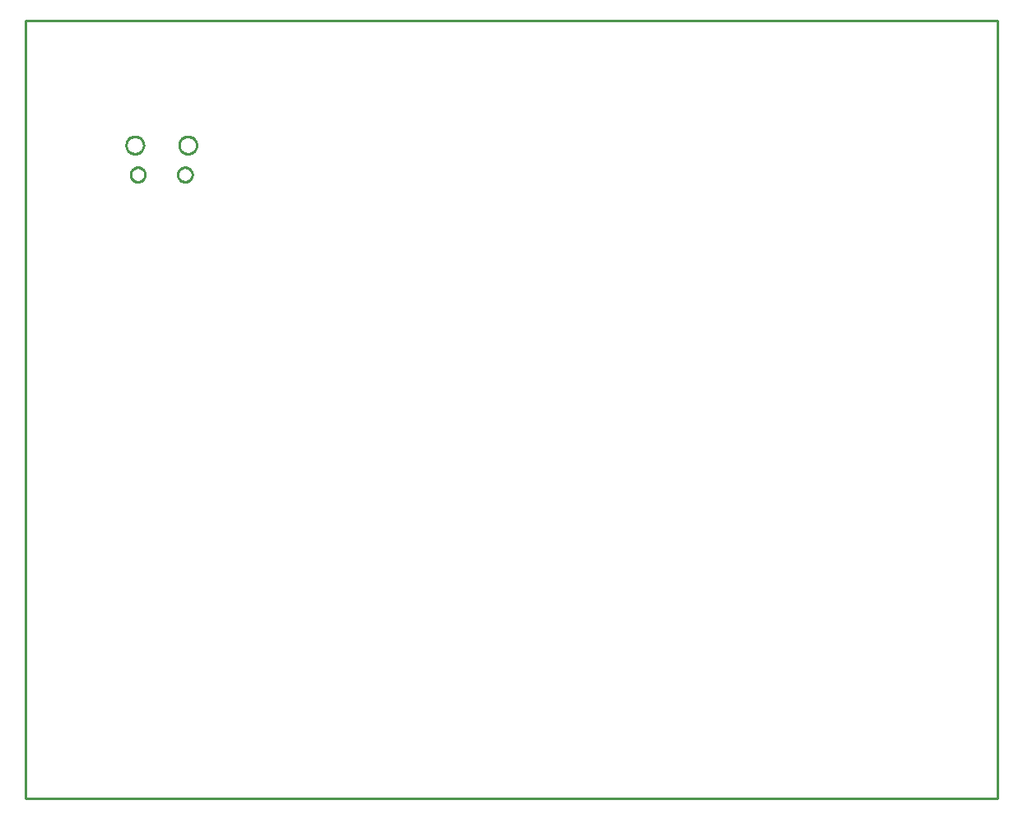
<source format=gko>
G04 EAGLE Gerber RS-274X export*
G75*
%MOMM*%
%FSLAX34Y34*%
%LPD*%
%INBoard Outline*%
%IPPOS*%
%AMOC8*
5,1,8,0,0,1.08239X$1,22.5*%
G01*
%ADD10C,0.000000*%
%ADD11C,0.254000*%


D10*
X-12700Y0D02*
X987300Y0D01*
X987300Y800000D01*
X-12700Y800000D01*
X-12700Y0D01*
X90750Y671800D02*
X90753Y672021D01*
X90761Y672242D01*
X90774Y672462D01*
X90793Y672682D01*
X90818Y672902D01*
X90847Y673121D01*
X90883Y673339D01*
X90923Y673556D01*
X90969Y673772D01*
X91020Y673987D01*
X91076Y674200D01*
X91138Y674413D01*
X91204Y674623D01*
X91276Y674832D01*
X91353Y675039D01*
X91435Y675244D01*
X91522Y675447D01*
X91614Y675648D01*
X91711Y675847D01*
X91813Y676043D01*
X91919Y676236D01*
X92030Y676427D01*
X92146Y676615D01*
X92267Y676800D01*
X92392Y676982D01*
X92521Y677161D01*
X92655Y677337D01*
X92793Y677510D01*
X92935Y677679D01*
X93081Y677844D01*
X93232Y678006D01*
X93386Y678164D01*
X93544Y678318D01*
X93706Y678469D01*
X93871Y678615D01*
X94040Y678757D01*
X94213Y678895D01*
X94389Y679029D01*
X94568Y679158D01*
X94750Y679283D01*
X94935Y679404D01*
X95123Y679520D01*
X95314Y679631D01*
X95507Y679737D01*
X95703Y679839D01*
X95902Y679936D01*
X96103Y680028D01*
X96306Y680115D01*
X96511Y680197D01*
X96718Y680274D01*
X96927Y680346D01*
X97137Y680412D01*
X97350Y680474D01*
X97563Y680530D01*
X97778Y680581D01*
X97994Y680627D01*
X98211Y680667D01*
X98429Y680703D01*
X98648Y680732D01*
X98868Y680757D01*
X99088Y680776D01*
X99308Y680789D01*
X99529Y680797D01*
X99750Y680800D01*
X99971Y680797D01*
X100192Y680789D01*
X100412Y680776D01*
X100632Y680757D01*
X100852Y680732D01*
X101071Y680703D01*
X101289Y680667D01*
X101506Y680627D01*
X101722Y680581D01*
X101937Y680530D01*
X102150Y680474D01*
X102363Y680412D01*
X102573Y680346D01*
X102782Y680274D01*
X102989Y680197D01*
X103194Y680115D01*
X103397Y680028D01*
X103598Y679936D01*
X103797Y679839D01*
X103993Y679737D01*
X104186Y679631D01*
X104377Y679520D01*
X104565Y679404D01*
X104750Y679283D01*
X104932Y679158D01*
X105111Y679029D01*
X105287Y678895D01*
X105460Y678757D01*
X105629Y678615D01*
X105794Y678469D01*
X105956Y678318D01*
X106114Y678164D01*
X106268Y678006D01*
X106419Y677844D01*
X106565Y677679D01*
X106707Y677510D01*
X106845Y677337D01*
X106979Y677161D01*
X107108Y676982D01*
X107233Y676800D01*
X107354Y676615D01*
X107470Y676427D01*
X107581Y676236D01*
X107687Y676043D01*
X107789Y675847D01*
X107886Y675648D01*
X107978Y675447D01*
X108065Y675244D01*
X108147Y675039D01*
X108224Y674832D01*
X108296Y674623D01*
X108362Y674413D01*
X108424Y674200D01*
X108480Y673987D01*
X108531Y673772D01*
X108577Y673556D01*
X108617Y673339D01*
X108653Y673121D01*
X108682Y672902D01*
X108707Y672682D01*
X108726Y672462D01*
X108739Y672242D01*
X108747Y672021D01*
X108750Y671800D01*
X108747Y671579D01*
X108739Y671358D01*
X108726Y671138D01*
X108707Y670918D01*
X108682Y670698D01*
X108653Y670479D01*
X108617Y670261D01*
X108577Y670044D01*
X108531Y669828D01*
X108480Y669613D01*
X108424Y669400D01*
X108362Y669187D01*
X108296Y668977D01*
X108224Y668768D01*
X108147Y668561D01*
X108065Y668356D01*
X107978Y668153D01*
X107886Y667952D01*
X107789Y667753D01*
X107687Y667557D01*
X107581Y667364D01*
X107470Y667173D01*
X107354Y666985D01*
X107233Y666800D01*
X107108Y666618D01*
X106979Y666439D01*
X106845Y666263D01*
X106707Y666090D01*
X106565Y665921D01*
X106419Y665756D01*
X106268Y665594D01*
X106114Y665436D01*
X105956Y665282D01*
X105794Y665131D01*
X105629Y664985D01*
X105460Y664843D01*
X105287Y664705D01*
X105111Y664571D01*
X104932Y664442D01*
X104750Y664317D01*
X104565Y664196D01*
X104377Y664080D01*
X104186Y663969D01*
X103993Y663863D01*
X103797Y663761D01*
X103598Y663664D01*
X103397Y663572D01*
X103194Y663485D01*
X102989Y663403D01*
X102782Y663326D01*
X102573Y663254D01*
X102363Y663188D01*
X102150Y663126D01*
X101937Y663070D01*
X101722Y663019D01*
X101506Y662973D01*
X101289Y662933D01*
X101071Y662897D01*
X100852Y662868D01*
X100632Y662843D01*
X100412Y662824D01*
X100192Y662811D01*
X99971Y662803D01*
X99750Y662800D01*
X99529Y662803D01*
X99308Y662811D01*
X99088Y662824D01*
X98868Y662843D01*
X98648Y662868D01*
X98429Y662897D01*
X98211Y662933D01*
X97994Y662973D01*
X97778Y663019D01*
X97563Y663070D01*
X97350Y663126D01*
X97137Y663188D01*
X96927Y663254D01*
X96718Y663326D01*
X96511Y663403D01*
X96306Y663485D01*
X96103Y663572D01*
X95902Y663664D01*
X95703Y663761D01*
X95507Y663863D01*
X95314Y663969D01*
X95123Y664080D01*
X94935Y664196D01*
X94750Y664317D01*
X94568Y664442D01*
X94389Y664571D01*
X94213Y664705D01*
X94040Y664843D01*
X93871Y664985D01*
X93706Y665131D01*
X93544Y665282D01*
X93386Y665436D01*
X93232Y665594D01*
X93081Y665756D01*
X92935Y665921D01*
X92793Y666090D01*
X92655Y666263D01*
X92521Y666439D01*
X92392Y666618D01*
X92267Y666800D01*
X92146Y666985D01*
X92030Y667173D01*
X91919Y667364D01*
X91813Y667557D01*
X91711Y667753D01*
X91614Y667952D01*
X91522Y668153D01*
X91435Y668356D01*
X91353Y668561D01*
X91276Y668768D01*
X91204Y668977D01*
X91138Y669187D01*
X91076Y669400D01*
X91020Y669613D01*
X90969Y669828D01*
X90923Y670044D01*
X90883Y670261D01*
X90847Y670479D01*
X90818Y670698D01*
X90793Y670918D01*
X90774Y671138D01*
X90761Y671358D01*
X90753Y671579D01*
X90750Y671800D01*
X145250Y671800D02*
X145253Y672021D01*
X145261Y672242D01*
X145274Y672462D01*
X145293Y672682D01*
X145318Y672902D01*
X145347Y673121D01*
X145383Y673339D01*
X145423Y673556D01*
X145469Y673772D01*
X145520Y673987D01*
X145576Y674200D01*
X145638Y674413D01*
X145704Y674623D01*
X145776Y674832D01*
X145853Y675039D01*
X145935Y675244D01*
X146022Y675447D01*
X146114Y675648D01*
X146211Y675847D01*
X146313Y676043D01*
X146419Y676236D01*
X146530Y676427D01*
X146646Y676615D01*
X146767Y676800D01*
X146892Y676982D01*
X147021Y677161D01*
X147155Y677337D01*
X147293Y677510D01*
X147435Y677679D01*
X147581Y677844D01*
X147732Y678006D01*
X147886Y678164D01*
X148044Y678318D01*
X148206Y678469D01*
X148371Y678615D01*
X148540Y678757D01*
X148713Y678895D01*
X148889Y679029D01*
X149068Y679158D01*
X149250Y679283D01*
X149435Y679404D01*
X149623Y679520D01*
X149814Y679631D01*
X150007Y679737D01*
X150203Y679839D01*
X150402Y679936D01*
X150603Y680028D01*
X150806Y680115D01*
X151011Y680197D01*
X151218Y680274D01*
X151427Y680346D01*
X151637Y680412D01*
X151850Y680474D01*
X152063Y680530D01*
X152278Y680581D01*
X152494Y680627D01*
X152711Y680667D01*
X152929Y680703D01*
X153148Y680732D01*
X153368Y680757D01*
X153588Y680776D01*
X153808Y680789D01*
X154029Y680797D01*
X154250Y680800D01*
X154471Y680797D01*
X154692Y680789D01*
X154912Y680776D01*
X155132Y680757D01*
X155352Y680732D01*
X155571Y680703D01*
X155789Y680667D01*
X156006Y680627D01*
X156222Y680581D01*
X156437Y680530D01*
X156650Y680474D01*
X156863Y680412D01*
X157073Y680346D01*
X157282Y680274D01*
X157489Y680197D01*
X157694Y680115D01*
X157897Y680028D01*
X158098Y679936D01*
X158297Y679839D01*
X158493Y679737D01*
X158686Y679631D01*
X158877Y679520D01*
X159065Y679404D01*
X159250Y679283D01*
X159432Y679158D01*
X159611Y679029D01*
X159787Y678895D01*
X159960Y678757D01*
X160129Y678615D01*
X160294Y678469D01*
X160456Y678318D01*
X160614Y678164D01*
X160768Y678006D01*
X160919Y677844D01*
X161065Y677679D01*
X161207Y677510D01*
X161345Y677337D01*
X161479Y677161D01*
X161608Y676982D01*
X161733Y676800D01*
X161854Y676615D01*
X161970Y676427D01*
X162081Y676236D01*
X162187Y676043D01*
X162289Y675847D01*
X162386Y675648D01*
X162478Y675447D01*
X162565Y675244D01*
X162647Y675039D01*
X162724Y674832D01*
X162796Y674623D01*
X162862Y674413D01*
X162924Y674200D01*
X162980Y673987D01*
X163031Y673772D01*
X163077Y673556D01*
X163117Y673339D01*
X163153Y673121D01*
X163182Y672902D01*
X163207Y672682D01*
X163226Y672462D01*
X163239Y672242D01*
X163247Y672021D01*
X163250Y671800D01*
X163247Y671579D01*
X163239Y671358D01*
X163226Y671138D01*
X163207Y670918D01*
X163182Y670698D01*
X163153Y670479D01*
X163117Y670261D01*
X163077Y670044D01*
X163031Y669828D01*
X162980Y669613D01*
X162924Y669400D01*
X162862Y669187D01*
X162796Y668977D01*
X162724Y668768D01*
X162647Y668561D01*
X162565Y668356D01*
X162478Y668153D01*
X162386Y667952D01*
X162289Y667753D01*
X162187Y667557D01*
X162081Y667364D01*
X161970Y667173D01*
X161854Y666985D01*
X161733Y666800D01*
X161608Y666618D01*
X161479Y666439D01*
X161345Y666263D01*
X161207Y666090D01*
X161065Y665921D01*
X160919Y665756D01*
X160768Y665594D01*
X160614Y665436D01*
X160456Y665282D01*
X160294Y665131D01*
X160129Y664985D01*
X159960Y664843D01*
X159787Y664705D01*
X159611Y664571D01*
X159432Y664442D01*
X159250Y664317D01*
X159065Y664196D01*
X158877Y664080D01*
X158686Y663969D01*
X158493Y663863D01*
X158297Y663761D01*
X158098Y663664D01*
X157897Y663572D01*
X157694Y663485D01*
X157489Y663403D01*
X157282Y663326D01*
X157073Y663254D01*
X156863Y663188D01*
X156650Y663126D01*
X156437Y663070D01*
X156222Y663019D01*
X156006Y662973D01*
X155789Y662933D01*
X155571Y662897D01*
X155352Y662868D01*
X155132Y662843D01*
X154912Y662824D01*
X154692Y662811D01*
X154471Y662803D01*
X154250Y662800D01*
X154029Y662803D01*
X153808Y662811D01*
X153588Y662824D01*
X153368Y662843D01*
X153148Y662868D01*
X152929Y662897D01*
X152711Y662933D01*
X152494Y662973D01*
X152278Y663019D01*
X152063Y663070D01*
X151850Y663126D01*
X151637Y663188D01*
X151427Y663254D01*
X151218Y663326D01*
X151011Y663403D01*
X150806Y663485D01*
X150603Y663572D01*
X150402Y663664D01*
X150203Y663761D01*
X150007Y663863D01*
X149814Y663969D01*
X149623Y664080D01*
X149435Y664196D01*
X149250Y664317D01*
X149068Y664442D01*
X148889Y664571D01*
X148713Y664705D01*
X148540Y664843D01*
X148371Y664985D01*
X148206Y665131D01*
X148044Y665282D01*
X147886Y665436D01*
X147732Y665594D01*
X147581Y665756D01*
X147435Y665921D01*
X147293Y666090D01*
X147155Y666263D01*
X147021Y666439D01*
X146892Y666618D01*
X146767Y666800D01*
X146646Y666985D01*
X146530Y667173D01*
X146419Y667364D01*
X146313Y667557D01*
X146211Y667753D01*
X146114Y667952D01*
X146022Y668153D01*
X145935Y668356D01*
X145853Y668561D01*
X145776Y668768D01*
X145704Y668977D01*
X145638Y669187D01*
X145576Y669400D01*
X145520Y669613D01*
X145469Y669828D01*
X145423Y670044D01*
X145383Y670261D01*
X145347Y670479D01*
X145318Y670698D01*
X145293Y670918D01*
X145274Y671138D01*
X145261Y671358D01*
X145253Y671579D01*
X145250Y671800D01*
X95250Y641500D02*
X95252Y641684D01*
X95259Y641868D01*
X95270Y642052D01*
X95286Y642235D01*
X95306Y642418D01*
X95331Y642600D01*
X95360Y642782D01*
X95394Y642963D01*
X95432Y643143D01*
X95475Y643322D01*
X95522Y643500D01*
X95573Y643677D01*
X95629Y643853D01*
X95688Y644027D01*
X95753Y644199D01*
X95821Y644370D01*
X95893Y644539D01*
X95970Y644707D01*
X96051Y644872D01*
X96136Y645035D01*
X96224Y645197D01*
X96317Y645356D01*
X96414Y645512D01*
X96514Y645667D01*
X96618Y645819D01*
X96726Y645968D01*
X96837Y646114D01*
X96952Y646258D01*
X97071Y646399D01*
X97193Y646537D01*
X97318Y646672D01*
X97447Y646803D01*
X97578Y646932D01*
X97713Y647057D01*
X97851Y647179D01*
X97992Y647298D01*
X98136Y647413D01*
X98282Y647524D01*
X98431Y647632D01*
X98583Y647736D01*
X98738Y647836D01*
X98894Y647933D01*
X99053Y648026D01*
X99215Y648114D01*
X99378Y648199D01*
X99543Y648280D01*
X99711Y648357D01*
X99880Y648429D01*
X100051Y648497D01*
X100223Y648562D01*
X100397Y648621D01*
X100573Y648677D01*
X100750Y648728D01*
X100928Y648775D01*
X101107Y648818D01*
X101287Y648856D01*
X101468Y648890D01*
X101650Y648919D01*
X101832Y648944D01*
X102015Y648964D01*
X102198Y648980D01*
X102382Y648991D01*
X102566Y648998D01*
X102750Y649000D01*
X102934Y648998D01*
X103118Y648991D01*
X103302Y648980D01*
X103485Y648964D01*
X103668Y648944D01*
X103850Y648919D01*
X104032Y648890D01*
X104213Y648856D01*
X104393Y648818D01*
X104572Y648775D01*
X104750Y648728D01*
X104927Y648677D01*
X105103Y648621D01*
X105277Y648562D01*
X105449Y648497D01*
X105620Y648429D01*
X105789Y648357D01*
X105957Y648280D01*
X106122Y648199D01*
X106285Y648114D01*
X106447Y648026D01*
X106606Y647933D01*
X106762Y647836D01*
X106917Y647736D01*
X107069Y647632D01*
X107218Y647524D01*
X107364Y647413D01*
X107508Y647298D01*
X107649Y647179D01*
X107787Y647057D01*
X107922Y646932D01*
X108053Y646803D01*
X108182Y646672D01*
X108307Y646537D01*
X108429Y646399D01*
X108548Y646258D01*
X108663Y646114D01*
X108774Y645968D01*
X108882Y645819D01*
X108986Y645667D01*
X109086Y645512D01*
X109183Y645356D01*
X109276Y645197D01*
X109364Y645035D01*
X109449Y644872D01*
X109530Y644707D01*
X109607Y644539D01*
X109679Y644370D01*
X109747Y644199D01*
X109812Y644027D01*
X109871Y643853D01*
X109927Y643677D01*
X109978Y643500D01*
X110025Y643322D01*
X110068Y643143D01*
X110106Y642963D01*
X110140Y642782D01*
X110169Y642600D01*
X110194Y642418D01*
X110214Y642235D01*
X110230Y642052D01*
X110241Y641868D01*
X110248Y641684D01*
X110250Y641500D01*
X110248Y641316D01*
X110241Y641132D01*
X110230Y640948D01*
X110214Y640765D01*
X110194Y640582D01*
X110169Y640400D01*
X110140Y640218D01*
X110106Y640037D01*
X110068Y639857D01*
X110025Y639678D01*
X109978Y639500D01*
X109927Y639323D01*
X109871Y639147D01*
X109812Y638973D01*
X109747Y638801D01*
X109679Y638630D01*
X109607Y638461D01*
X109530Y638293D01*
X109449Y638128D01*
X109364Y637965D01*
X109276Y637803D01*
X109183Y637644D01*
X109086Y637488D01*
X108986Y637333D01*
X108882Y637181D01*
X108774Y637032D01*
X108663Y636886D01*
X108548Y636742D01*
X108429Y636601D01*
X108307Y636463D01*
X108182Y636328D01*
X108053Y636197D01*
X107922Y636068D01*
X107787Y635943D01*
X107649Y635821D01*
X107508Y635702D01*
X107364Y635587D01*
X107218Y635476D01*
X107069Y635368D01*
X106917Y635264D01*
X106762Y635164D01*
X106606Y635067D01*
X106447Y634974D01*
X106285Y634886D01*
X106122Y634801D01*
X105957Y634720D01*
X105789Y634643D01*
X105620Y634571D01*
X105449Y634503D01*
X105277Y634438D01*
X105103Y634379D01*
X104927Y634323D01*
X104750Y634272D01*
X104572Y634225D01*
X104393Y634182D01*
X104213Y634144D01*
X104032Y634110D01*
X103850Y634081D01*
X103668Y634056D01*
X103485Y634036D01*
X103302Y634020D01*
X103118Y634009D01*
X102934Y634002D01*
X102750Y634000D01*
X102566Y634002D01*
X102382Y634009D01*
X102198Y634020D01*
X102015Y634036D01*
X101832Y634056D01*
X101650Y634081D01*
X101468Y634110D01*
X101287Y634144D01*
X101107Y634182D01*
X100928Y634225D01*
X100750Y634272D01*
X100573Y634323D01*
X100397Y634379D01*
X100223Y634438D01*
X100051Y634503D01*
X99880Y634571D01*
X99711Y634643D01*
X99543Y634720D01*
X99378Y634801D01*
X99215Y634886D01*
X99053Y634974D01*
X98894Y635067D01*
X98738Y635164D01*
X98583Y635264D01*
X98431Y635368D01*
X98282Y635476D01*
X98136Y635587D01*
X97992Y635702D01*
X97851Y635821D01*
X97713Y635943D01*
X97578Y636068D01*
X97447Y636197D01*
X97318Y636328D01*
X97193Y636463D01*
X97071Y636601D01*
X96952Y636742D01*
X96837Y636886D01*
X96726Y637032D01*
X96618Y637181D01*
X96514Y637333D01*
X96414Y637488D01*
X96317Y637644D01*
X96224Y637803D01*
X96136Y637965D01*
X96051Y638128D01*
X95970Y638293D01*
X95893Y638461D01*
X95821Y638630D01*
X95753Y638801D01*
X95688Y638973D01*
X95629Y639147D01*
X95573Y639323D01*
X95522Y639500D01*
X95475Y639678D01*
X95432Y639857D01*
X95394Y640037D01*
X95360Y640218D01*
X95331Y640400D01*
X95306Y640582D01*
X95286Y640765D01*
X95270Y640948D01*
X95259Y641132D01*
X95252Y641316D01*
X95250Y641500D01*
X143750Y641500D02*
X143752Y641684D01*
X143759Y641868D01*
X143770Y642052D01*
X143786Y642235D01*
X143806Y642418D01*
X143831Y642600D01*
X143860Y642782D01*
X143894Y642963D01*
X143932Y643143D01*
X143975Y643322D01*
X144022Y643500D01*
X144073Y643677D01*
X144129Y643853D01*
X144188Y644027D01*
X144253Y644199D01*
X144321Y644370D01*
X144393Y644539D01*
X144470Y644707D01*
X144551Y644872D01*
X144636Y645035D01*
X144724Y645197D01*
X144817Y645356D01*
X144914Y645512D01*
X145014Y645667D01*
X145118Y645819D01*
X145226Y645968D01*
X145337Y646114D01*
X145452Y646258D01*
X145571Y646399D01*
X145693Y646537D01*
X145818Y646672D01*
X145947Y646803D01*
X146078Y646932D01*
X146213Y647057D01*
X146351Y647179D01*
X146492Y647298D01*
X146636Y647413D01*
X146782Y647524D01*
X146931Y647632D01*
X147083Y647736D01*
X147238Y647836D01*
X147394Y647933D01*
X147553Y648026D01*
X147715Y648114D01*
X147878Y648199D01*
X148043Y648280D01*
X148211Y648357D01*
X148380Y648429D01*
X148551Y648497D01*
X148723Y648562D01*
X148897Y648621D01*
X149073Y648677D01*
X149250Y648728D01*
X149428Y648775D01*
X149607Y648818D01*
X149787Y648856D01*
X149968Y648890D01*
X150150Y648919D01*
X150332Y648944D01*
X150515Y648964D01*
X150698Y648980D01*
X150882Y648991D01*
X151066Y648998D01*
X151250Y649000D01*
X151434Y648998D01*
X151618Y648991D01*
X151802Y648980D01*
X151985Y648964D01*
X152168Y648944D01*
X152350Y648919D01*
X152532Y648890D01*
X152713Y648856D01*
X152893Y648818D01*
X153072Y648775D01*
X153250Y648728D01*
X153427Y648677D01*
X153603Y648621D01*
X153777Y648562D01*
X153949Y648497D01*
X154120Y648429D01*
X154289Y648357D01*
X154457Y648280D01*
X154622Y648199D01*
X154785Y648114D01*
X154947Y648026D01*
X155106Y647933D01*
X155262Y647836D01*
X155417Y647736D01*
X155569Y647632D01*
X155718Y647524D01*
X155864Y647413D01*
X156008Y647298D01*
X156149Y647179D01*
X156287Y647057D01*
X156422Y646932D01*
X156553Y646803D01*
X156682Y646672D01*
X156807Y646537D01*
X156929Y646399D01*
X157048Y646258D01*
X157163Y646114D01*
X157274Y645968D01*
X157382Y645819D01*
X157486Y645667D01*
X157586Y645512D01*
X157683Y645356D01*
X157776Y645197D01*
X157864Y645035D01*
X157949Y644872D01*
X158030Y644707D01*
X158107Y644539D01*
X158179Y644370D01*
X158247Y644199D01*
X158312Y644027D01*
X158371Y643853D01*
X158427Y643677D01*
X158478Y643500D01*
X158525Y643322D01*
X158568Y643143D01*
X158606Y642963D01*
X158640Y642782D01*
X158669Y642600D01*
X158694Y642418D01*
X158714Y642235D01*
X158730Y642052D01*
X158741Y641868D01*
X158748Y641684D01*
X158750Y641500D01*
X158748Y641316D01*
X158741Y641132D01*
X158730Y640948D01*
X158714Y640765D01*
X158694Y640582D01*
X158669Y640400D01*
X158640Y640218D01*
X158606Y640037D01*
X158568Y639857D01*
X158525Y639678D01*
X158478Y639500D01*
X158427Y639323D01*
X158371Y639147D01*
X158312Y638973D01*
X158247Y638801D01*
X158179Y638630D01*
X158107Y638461D01*
X158030Y638293D01*
X157949Y638128D01*
X157864Y637965D01*
X157776Y637803D01*
X157683Y637644D01*
X157586Y637488D01*
X157486Y637333D01*
X157382Y637181D01*
X157274Y637032D01*
X157163Y636886D01*
X157048Y636742D01*
X156929Y636601D01*
X156807Y636463D01*
X156682Y636328D01*
X156553Y636197D01*
X156422Y636068D01*
X156287Y635943D01*
X156149Y635821D01*
X156008Y635702D01*
X155864Y635587D01*
X155718Y635476D01*
X155569Y635368D01*
X155417Y635264D01*
X155262Y635164D01*
X155106Y635067D01*
X154947Y634974D01*
X154785Y634886D01*
X154622Y634801D01*
X154457Y634720D01*
X154289Y634643D01*
X154120Y634571D01*
X153949Y634503D01*
X153777Y634438D01*
X153603Y634379D01*
X153427Y634323D01*
X153250Y634272D01*
X153072Y634225D01*
X152893Y634182D01*
X152713Y634144D01*
X152532Y634110D01*
X152350Y634081D01*
X152168Y634056D01*
X151985Y634036D01*
X151802Y634020D01*
X151618Y634009D01*
X151434Y634002D01*
X151250Y634000D01*
X151066Y634002D01*
X150882Y634009D01*
X150698Y634020D01*
X150515Y634036D01*
X150332Y634056D01*
X150150Y634081D01*
X149968Y634110D01*
X149787Y634144D01*
X149607Y634182D01*
X149428Y634225D01*
X149250Y634272D01*
X149073Y634323D01*
X148897Y634379D01*
X148723Y634438D01*
X148551Y634503D01*
X148380Y634571D01*
X148211Y634643D01*
X148043Y634720D01*
X147878Y634801D01*
X147715Y634886D01*
X147553Y634974D01*
X147394Y635067D01*
X147238Y635164D01*
X147083Y635264D01*
X146931Y635368D01*
X146782Y635476D01*
X146636Y635587D01*
X146492Y635702D01*
X146351Y635821D01*
X146213Y635943D01*
X146078Y636068D01*
X145947Y636197D01*
X145818Y636328D01*
X145693Y636463D01*
X145571Y636601D01*
X145452Y636742D01*
X145337Y636886D01*
X145226Y637032D01*
X145118Y637181D01*
X145014Y637333D01*
X144914Y637488D01*
X144817Y637644D01*
X144724Y637803D01*
X144636Y637965D01*
X144551Y638128D01*
X144470Y638293D01*
X144393Y638461D01*
X144321Y638630D01*
X144253Y638801D01*
X144188Y638973D01*
X144129Y639147D01*
X144073Y639323D01*
X144022Y639500D01*
X143975Y639678D01*
X143932Y639857D01*
X143894Y640037D01*
X143860Y640218D01*
X143831Y640400D01*
X143806Y640582D01*
X143786Y640765D01*
X143770Y640948D01*
X143759Y641132D01*
X143752Y641316D01*
X143750Y641500D01*
D11*
X-12700Y0D02*
X987300Y0D01*
X987300Y800000D01*
X-12700Y800000D01*
X-12700Y0D01*
X108750Y671407D02*
X108682Y670624D01*
X108545Y669850D01*
X108342Y669091D01*
X108073Y668353D01*
X107741Y667640D01*
X107348Y666960D01*
X106897Y666316D01*
X106392Y665714D01*
X105836Y665158D01*
X105234Y664653D01*
X104590Y664202D01*
X103910Y663809D01*
X103197Y663477D01*
X102459Y663208D01*
X101700Y663005D01*
X100926Y662869D01*
X100143Y662800D01*
X99357Y662800D01*
X98574Y662869D01*
X97800Y663005D01*
X97041Y663208D01*
X96303Y663477D01*
X95590Y663809D01*
X94910Y664202D01*
X94266Y664653D01*
X93664Y665158D01*
X93108Y665714D01*
X92603Y666316D01*
X92152Y666960D01*
X91759Y667640D01*
X91427Y668353D01*
X91158Y669091D01*
X90955Y669850D01*
X90819Y670624D01*
X90750Y671407D01*
X90750Y672193D01*
X90819Y672976D01*
X90955Y673750D01*
X91158Y674509D01*
X91427Y675247D01*
X91759Y675960D01*
X92152Y676640D01*
X92603Y677284D01*
X93108Y677886D01*
X93664Y678442D01*
X94266Y678947D01*
X94910Y679398D01*
X95590Y679791D01*
X96303Y680123D01*
X97041Y680392D01*
X97800Y680595D01*
X98574Y680732D01*
X99357Y680800D01*
X100143Y680800D01*
X100926Y680732D01*
X101700Y680595D01*
X102459Y680392D01*
X103197Y680123D01*
X103910Y679791D01*
X104590Y679398D01*
X105234Y678947D01*
X105836Y678442D01*
X106392Y677886D01*
X106897Y677284D01*
X107348Y676640D01*
X107741Y675960D01*
X108073Y675247D01*
X108342Y674509D01*
X108545Y673750D01*
X108682Y672976D01*
X108750Y672193D01*
X108750Y671407D01*
X163250Y671407D02*
X163182Y670624D01*
X163045Y669850D01*
X162842Y669091D01*
X162573Y668353D01*
X162241Y667640D01*
X161848Y666960D01*
X161397Y666316D01*
X160892Y665714D01*
X160336Y665158D01*
X159734Y664653D01*
X159090Y664202D01*
X158410Y663809D01*
X157697Y663477D01*
X156959Y663208D01*
X156200Y663005D01*
X155426Y662869D01*
X154643Y662800D01*
X153857Y662800D01*
X153074Y662869D01*
X152300Y663005D01*
X151541Y663208D01*
X150803Y663477D01*
X150090Y663809D01*
X149410Y664202D01*
X148766Y664653D01*
X148164Y665158D01*
X147608Y665714D01*
X147103Y666316D01*
X146652Y666960D01*
X146259Y667640D01*
X145927Y668353D01*
X145658Y669091D01*
X145455Y669850D01*
X145319Y670624D01*
X145250Y671407D01*
X145250Y672193D01*
X145319Y672976D01*
X145455Y673750D01*
X145658Y674509D01*
X145927Y675247D01*
X146259Y675960D01*
X146652Y676640D01*
X147103Y677284D01*
X147608Y677886D01*
X148164Y678442D01*
X148766Y678947D01*
X149410Y679398D01*
X150090Y679791D01*
X150803Y680123D01*
X151541Y680392D01*
X152300Y680595D01*
X153074Y680732D01*
X153857Y680800D01*
X154643Y680800D01*
X155426Y680732D01*
X156200Y680595D01*
X156959Y680392D01*
X157697Y680123D01*
X158410Y679791D01*
X159090Y679398D01*
X159734Y678947D01*
X160336Y678442D01*
X160892Y677886D01*
X161397Y677284D01*
X161848Y676640D01*
X162241Y675960D01*
X162573Y675247D01*
X162842Y674509D01*
X163045Y673750D01*
X163182Y672976D01*
X163250Y672193D01*
X163250Y671407D01*
X110250Y641132D02*
X110178Y640398D01*
X110034Y639675D01*
X109820Y638970D01*
X109538Y638289D01*
X109191Y637640D01*
X108781Y637027D01*
X108314Y636457D01*
X107793Y635936D01*
X107223Y635469D01*
X106610Y635059D01*
X105961Y634712D01*
X105280Y634430D01*
X104575Y634216D01*
X103852Y634072D01*
X103118Y634000D01*
X102382Y634000D01*
X101648Y634072D01*
X100925Y634216D01*
X100220Y634430D01*
X99539Y634712D01*
X98890Y635059D01*
X98277Y635469D01*
X97707Y635936D01*
X97186Y636457D01*
X96719Y637027D01*
X96309Y637640D01*
X95962Y638289D01*
X95680Y638970D01*
X95466Y639675D01*
X95322Y640398D01*
X95250Y641132D01*
X95250Y641868D01*
X95322Y642602D01*
X95466Y643325D01*
X95680Y644030D01*
X95962Y644711D01*
X96309Y645360D01*
X96719Y645973D01*
X97186Y646543D01*
X97707Y647064D01*
X98277Y647531D01*
X98890Y647941D01*
X99539Y648288D01*
X100220Y648570D01*
X100925Y648784D01*
X101648Y648928D01*
X102382Y649000D01*
X103118Y649000D01*
X103852Y648928D01*
X104575Y648784D01*
X105280Y648570D01*
X105961Y648288D01*
X106610Y647941D01*
X107223Y647531D01*
X107793Y647064D01*
X108314Y646543D01*
X108781Y645973D01*
X109191Y645360D01*
X109538Y644711D01*
X109820Y644030D01*
X110034Y643325D01*
X110178Y642602D01*
X110250Y641868D01*
X110250Y641132D01*
X158750Y641132D02*
X158678Y640398D01*
X158534Y639675D01*
X158320Y638970D01*
X158038Y638289D01*
X157691Y637640D01*
X157281Y637027D01*
X156814Y636457D01*
X156293Y635936D01*
X155723Y635469D01*
X155110Y635059D01*
X154461Y634712D01*
X153780Y634430D01*
X153075Y634216D01*
X152352Y634072D01*
X151618Y634000D01*
X150882Y634000D01*
X150148Y634072D01*
X149425Y634216D01*
X148720Y634430D01*
X148039Y634712D01*
X147390Y635059D01*
X146777Y635469D01*
X146207Y635936D01*
X145686Y636457D01*
X145219Y637027D01*
X144809Y637640D01*
X144462Y638289D01*
X144180Y638970D01*
X143966Y639675D01*
X143822Y640398D01*
X143750Y641132D01*
X143750Y641868D01*
X143822Y642602D01*
X143966Y643325D01*
X144180Y644030D01*
X144462Y644711D01*
X144809Y645360D01*
X145219Y645973D01*
X145686Y646543D01*
X146207Y647064D01*
X146777Y647531D01*
X147390Y647941D01*
X148039Y648288D01*
X148720Y648570D01*
X149425Y648784D01*
X150148Y648928D01*
X150882Y649000D01*
X151618Y649000D01*
X152352Y648928D01*
X153075Y648784D01*
X153780Y648570D01*
X154461Y648288D01*
X155110Y647941D01*
X155723Y647531D01*
X156293Y647064D01*
X156814Y646543D01*
X157281Y645973D01*
X157691Y645360D01*
X158038Y644711D01*
X158320Y644030D01*
X158534Y643325D01*
X158678Y642602D01*
X158750Y641868D01*
X158750Y641132D01*
M02*

</source>
